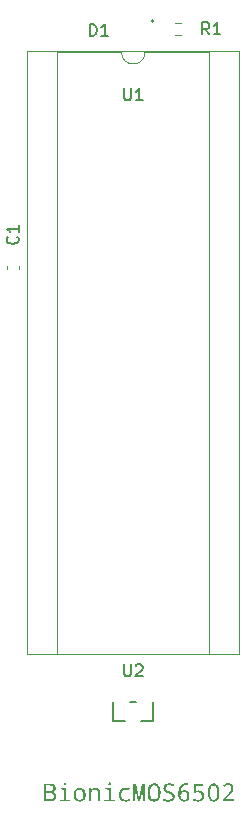
<source format=gbr>
G04 #@! TF.GenerationSoftware,KiCad,Pcbnew,8.0.4+dfsg-1*
G04 #@! TF.CreationDate,2024-12-10T10:52:31+09:00*
G04 #@! TF.ProjectId,bionic-mos6502,62696f6e-6963-42d6-9d6f-73363530322e,9*
G04 #@! TF.SameCoordinates,Original*
G04 #@! TF.FileFunction,Legend,Top*
G04 #@! TF.FilePolarity,Positive*
%FSLAX46Y46*%
G04 Gerber Fmt 4.6, Leading zero omitted, Abs format (unit mm)*
G04 Created by KiCad (PCBNEW 8.0.4+dfsg-1) date 2024-12-10 10:52:31*
%MOMM*%
%LPD*%
G01*
G04 APERTURE LIST*
%ADD10C,0.150000*%
%ADD11C,0.152400*%
%ADD12C,0.120000*%
G04 APERTURE END LIST*
D10*
G36*
X106693245Y-135672063D02*
G01*
X106770051Y-135678637D01*
X106852229Y-135692311D01*
X106923512Y-135712297D01*
X106992902Y-135743590D01*
X107018101Y-135759631D01*
X107073880Y-135811219D01*
X107113722Y-135876592D01*
X107137627Y-135955750D01*
X107145471Y-136036321D01*
X107145596Y-136048692D01*
X107137689Y-136126373D01*
X107110726Y-136201904D01*
X107064629Y-136267045D01*
X107008444Y-136314622D01*
X106941096Y-136348819D01*
X106862585Y-136369634D01*
X106845543Y-136372192D01*
X106845543Y-136382450D01*
X106925743Y-136400127D01*
X106995249Y-136425315D01*
X107067094Y-136467361D01*
X107122231Y-136521142D01*
X107160660Y-136586658D01*
X107182381Y-136663909D01*
X107187727Y-136734160D01*
X107183104Y-136807481D01*
X107166021Y-136885274D01*
X107136351Y-136954722D01*
X107094093Y-137015826D01*
X107056203Y-137054362D01*
X106994245Y-137099615D01*
X106923137Y-137133753D01*
X106842877Y-137156776D01*
X106766799Y-137167664D01*
X106698265Y-137170500D01*
X106155313Y-137170500D01*
X106155313Y-137006735D01*
X106348021Y-137006735D01*
X106664193Y-137006735D01*
X106739326Y-137002355D01*
X106819155Y-136984565D01*
X106894289Y-136945152D01*
X106946882Y-136886033D01*
X106976935Y-136807207D01*
X106984762Y-136726466D01*
X106976613Y-136651635D01*
X106945323Y-136578580D01*
X106890566Y-136523788D01*
X106812342Y-136487261D01*
X106729228Y-136470772D01*
X106651004Y-136466714D01*
X106348021Y-136466714D01*
X106348021Y-137006735D01*
X106155313Y-137006735D01*
X106155313Y-136302949D01*
X106348021Y-136302949D01*
X106640379Y-136302949D01*
X106715347Y-136299446D01*
X106793728Y-136285213D01*
X106865307Y-136253683D01*
X106874852Y-136246895D01*
X106922531Y-136189259D01*
X106944968Y-136114589D01*
X106948492Y-136061515D01*
X106939184Y-135985822D01*
X106904184Y-135917465D01*
X106869723Y-135886759D01*
X106797664Y-135854387D01*
X106717779Y-135838824D01*
X106640889Y-135833844D01*
X106619863Y-135833636D01*
X106348021Y-135833636D01*
X106348021Y-136302949D01*
X106155313Y-136302949D01*
X106155313Y-135669871D01*
X106608872Y-135669871D01*
X106693245Y-135672063D01*
G37*
G36*
X107928516Y-135576082D02*
G01*
X108003148Y-135598452D01*
X108035987Y-135665561D01*
X108037693Y-135692952D01*
X108019351Y-135765080D01*
X108005086Y-135781613D01*
X107936722Y-135810301D01*
X107928516Y-135810555D01*
X107857117Y-135791146D01*
X107820933Y-135726832D01*
X107818240Y-135692952D01*
X107836440Y-135617284D01*
X107902670Y-135577908D01*
X107928516Y-135576082D01*
G37*
G36*
X107833994Y-136192307D02*
G01*
X107556656Y-136170691D01*
X107556656Y-136045028D01*
X108021206Y-136045028D01*
X108021206Y-137023221D01*
X108383907Y-137043737D01*
X108383907Y-137170500D01*
X107479353Y-137170500D01*
X107479353Y-137043737D01*
X107833994Y-137023221D01*
X107833994Y-136192307D01*
G37*
G36*
X109252949Y-136027197D02*
G01*
X109328589Y-136044044D01*
X109398510Y-136072122D01*
X109462712Y-136111432D01*
X109521196Y-136161973D01*
X109539420Y-136181316D01*
X109588102Y-136244900D01*
X109626712Y-136315852D01*
X109655249Y-136394171D01*
X109673715Y-136479857D01*
X109681409Y-136556890D01*
X109682668Y-136605566D01*
X109679216Y-136688148D01*
X109668858Y-136765077D01*
X109651595Y-136836354D01*
X109621765Y-136914424D01*
X109581992Y-136984354D01*
X109541252Y-137036410D01*
X109485060Y-137089948D01*
X109422275Y-137132409D01*
X109352894Y-137163793D01*
X109276920Y-137184101D01*
X109194350Y-137193331D01*
X109165362Y-137193947D01*
X109084600Y-137188318D01*
X109009376Y-137171433D01*
X108939691Y-137143290D01*
X108875545Y-137103890D01*
X108816936Y-137053233D01*
X108798631Y-137033846D01*
X108749825Y-136969896D01*
X108711116Y-136898400D01*
X108682505Y-136819355D01*
X108666376Y-136747719D01*
X108657260Y-136670842D01*
X108655016Y-136605566D01*
X108848823Y-136605566D01*
X108851641Y-136682890D01*
X108864163Y-136774157D01*
X108886703Y-136851904D01*
X108928965Y-136930073D01*
X108986880Y-136987115D01*
X109060448Y-137023031D01*
X109149669Y-137037819D01*
X109169392Y-137038242D01*
X109244267Y-137031481D01*
X109323823Y-137004017D01*
X109387779Y-136955425D01*
X109436136Y-136885707D01*
X109463591Y-136814721D01*
X109481062Y-136730214D01*
X109488549Y-136632186D01*
X109488861Y-136605566D01*
X109486034Y-136529028D01*
X109473469Y-136438687D01*
X109450852Y-136361731D01*
X109408444Y-136284356D01*
X109350331Y-136227893D01*
X109276510Y-136192343D01*
X109186984Y-136177704D01*
X109167194Y-136177286D01*
X109092575Y-136183978D01*
X109013294Y-136211164D01*
X108949557Y-136259261D01*
X108901367Y-136328271D01*
X108874007Y-136398536D01*
X108856596Y-136482184D01*
X108849134Y-136579217D01*
X108848823Y-136605566D01*
X108655016Y-136605566D01*
X108658424Y-136523749D01*
X108668648Y-136447514D01*
X108689913Y-136363399D01*
X108720992Y-136287321D01*
X108761886Y-136219280D01*
X108794601Y-136178385D01*
X108850384Y-136125096D01*
X108913046Y-136082833D01*
X108982585Y-136051594D01*
X109059002Y-136031381D01*
X109142297Y-136022194D01*
X109171590Y-136021581D01*
X109252949Y-136027197D01*
G37*
G36*
X110711053Y-137170500D02*
G01*
X110711053Y-136444366D01*
X110705069Y-136367424D01*
X110682091Y-136292308D01*
X110633502Y-136228407D01*
X110561457Y-136190066D01*
X110481034Y-136177547D01*
X110465955Y-136177286D01*
X110391766Y-136183674D01*
X110312941Y-136209628D01*
X110249571Y-136255545D01*
X110201657Y-136321426D01*
X110169200Y-136407271D01*
X110154362Y-136490321D01*
X110149416Y-136586148D01*
X110149416Y-137170500D01*
X109961838Y-137170500D01*
X109961838Y-136045028D01*
X110113146Y-136045028D01*
X110140990Y-136194871D01*
X110151248Y-136194871D01*
X110195804Y-136135980D01*
X110259703Y-136082673D01*
X110336434Y-136045950D01*
X110412417Y-136027673D01*
X110497829Y-136021581D01*
X110591767Y-136028021D01*
X110673180Y-136047341D01*
X110742068Y-136079541D01*
X110810564Y-136137904D01*
X110851271Y-136199084D01*
X110879452Y-136273144D01*
X110895108Y-136360083D01*
X110898631Y-136433741D01*
X110898631Y-137170500D01*
X110711053Y-137170500D01*
G37*
G36*
X111709395Y-135576082D02*
G01*
X111784028Y-135598452D01*
X111816866Y-135665561D01*
X111818572Y-135692952D01*
X111800231Y-135765080D01*
X111785965Y-135781613D01*
X111717601Y-135810301D01*
X111709395Y-135810555D01*
X111637996Y-135791146D01*
X111601812Y-135726832D01*
X111599120Y-135692952D01*
X111617319Y-135617284D01*
X111683549Y-135577908D01*
X111709395Y-135576082D01*
G37*
G36*
X111614873Y-136192307D02*
G01*
X111337536Y-136170691D01*
X111337536Y-136045028D01*
X111802085Y-136045028D01*
X111802085Y-137023221D01*
X112164786Y-137043737D01*
X112164786Y-137170500D01*
X111260233Y-137170500D01*
X111260233Y-137043737D01*
X111614873Y-137023221D01*
X111614873Y-136192307D01*
G37*
G36*
X113410791Y-136082398D02*
G01*
X113347044Y-136245063D01*
X113271801Y-136218937D01*
X113200681Y-136200275D01*
X113125597Y-136188204D01*
X113070805Y-136185346D01*
X112981246Y-136192004D01*
X112903628Y-136211976D01*
X112837952Y-136245264D01*
X112772648Y-136305598D01*
X112733840Y-136368844D01*
X112706972Y-136445406D01*
X112692045Y-136535282D01*
X112688687Y-136611428D01*
X112691955Y-136686264D01*
X112706481Y-136774595D01*
X112732627Y-136849840D01*
X112781652Y-136925493D01*
X112848834Y-136980700D01*
X112934172Y-137015460D01*
X113015517Y-137028546D01*
X113060547Y-137030182D01*
X113141948Y-137026198D01*
X113224220Y-137014245D01*
X113296921Y-136997250D01*
X113370289Y-136974154D01*
X113391374Y-136966435D01*
X113391374Y-137131299D01*
X113318398Y-137158707D01*
X113237592Y-137178285D01*
X113160463Y-137188991D01*
X113077338Y-137193702D01*
X113052487Y-137193947D01*
X112972600Y-137190289D01*
X112898492Y-137179314D01*
X112817189Y-137156486D01*
X112744207Y-137123123D01*
X112679545Y-137079223D01*
X112641060Y-137044104D01*
X112591381Y-136983327D01*
X112551982Y-136913380D01*
X112522860Y-136834263D01*
X112506443Y-136761326D01*
X112497164Y-136682021D01*
X112494880Y-136613992D01*
X112498530Y-136526918D01*
X112509478Y-136446588D01*
X112527724Y-136373002D01*
X112559254Y-136293601D01*
X112601295Y-136223912D01*
X112644357Y-136173256D01*
X112704674Y-136121710D01*
X112773517Y-136080829D01*
X112850888Y-136050613D01*
X112936784Y-136031061D01*
X113014878Y-136022914D01*
X113064577Y-136021581D01*
X113143880Y-136024491D01*
X113221185Y-136033222D01*
X113296491Y-136047773D01*
X113369798Y-136068144D01*
X113410791Y-136082398D01*
G37*
G36*
X114125934Y-137170500D02*
G01*
X113839804Y-135857450D01*
X113831377Y-135851588D01*
X113836760Y-135934059D01*
X113841230Y-136010198D01*
X113845391Y-136093205D01*
X113848237Y-136167094D01*
X113849897Y-136241771D01*
X113850062Y-136269976D01*
X113850062Y-137170500D01*
X113694357Y-137170500D01*
X113694357Y-135669871D01*
X113948980Y-135669871D01*
X114204336Y-136892429D01*
X114210564Y-136892429D01*
X114468118Y-135669871D01*
X114727870Y-135669871D01*
X114727870Y-137170500D01*
X114569967Y-137170500D01*
X114569967Y-136256787D01*
X114571127Y-136182399D01*
X114573631Y-136103464D01*
X114576894Y-136021126D01*
X114580400Y-135942161D01*
X114584622Y-135853786D01*
X114576562Y-135853786D01*
X114284936Y-137170500D01*
X114125934Y-137170500D01*
G37*
G36*
X115554314Y-135651335D02*
G01*
X115627730Y-135666066D01*
X115707895Y-135696708D01*
X115779405Y-135741491D01*
X115842259Y-135800417D01*
X115879353Y-135847558D01*
X115919882Y-135914466D01*
X115953542Y-135989710D01*
X115980333Y-136073291D01*
X115996819Y-136146157D01*
X116008909Y-136224359D01*
X116016603Y-136307896D01*
X116019900Y-136396767D01*
X116020037Y-136419819D01*
X116017816Y-136509950D01*
X116011153Y-136594781D01*
X116000048Y-136674311D01*
X115984500Y-136748539D01*
X115958819Y-136833871D01*
X115926197Y-136910920D01*
X115886633Y-136979687D01*
X115877888Y-136992446D01*
X115830515Y-137050496D01*
X115765874Y-137107168D01*
X115692733Y-137149672D01*
X115611091Y-137178008D01*
X115536562Y-137190798D01*
X115472689Y-137193947D01*
X115374741Y-137187124D01*
X115286427Y-137166654D01*
X115207748Y-137132538D01*
X115138702Y-137084776D01*
X115079291Y-137023367D01*
X115029514Y-136948312D01*
X114989372Y-136859611D01*
X114958863Y-136757264D01*
X114943877Y-136681450D01*
X114933172Y-136599572D01*
X114926749Y-136511629D01*
X114924641Y-136419086D01*
X115127574Y-136419086D01*
X115128922Y-136492465D01*
X115136000Y-136593657D01*
X115149144Y-136684197D01*
X115168354Y-136764085D01*
X115193631Y-136833321D01*
X115236771Y-136909067D01*
X115290695Y-136965876D01*
X115355404Y-137003749D01*
X115430898Y-137022686D01*
X115472689Y-137025053D01*
X115546172Y-137017935D01*
X115618947Y-136992370D01*
X115679769Y-136948212D01*
X115728639Y-136885460D01*
X115733907Y-136876309D01*
X115766312Y-136803465D01*
X115787753Y-136728915D01*
X115803346Y-136643186D01*
X115811874Y-136563205D01*
X115816341Y-136475460D01*
X115817071Y-136419086D01*
X115815755Y-136343902D01*
X115810406Y-136257166D01*
X115800943Y-136178480D01*
X115784156Y-136094682D01*
X115761444Y-136022477D01*
X115732808Y-135961864D01*
X115685226Y-135897750D01*
X115626379Y-135851954D01*
X115556266Y-135824477D01*
X115474887Y-135815318D01*
X115393486Y-135824752D01*
X115322938Y-135853054D01*
X115263243Y-135900223D01*
X115214402Y-135966260D01*
X115176415Y-136051165D01*
X115155047Y-136127226D01*
X115139784Y-136213899D01*
X115130626Y-136311186D01*
X115127574Y-136419086D01*
X114924641Y-136419086D01*
X114924608Y-136417621D01*
X114926758Y-136324234D01*
X114933206Y-136236872D01*
X114943954Y-136155535D01*
X114959001Y-136080222D01*
X114989631Y-135978551D01*
X115029935Y-135890436D01*
X115079911Y-135815877D01*
X115139561Y-135754874D01*
X115208883Y-135707427D01*
X115287878Y-135673537D01*
X115376546Y-135653202D01*
X115474887Y-135646424D01*
X115554314Y-135651335D01*
G37*
G36*
X116243886Y-137123605D02*
G01*
X116243886Y-136941888D01*
X116325073Y-136971894D01*
X116405693Y-136995692D01*
X116485746Y-137013282D01*
X116565233Y-137024664D01*
X116644153Y-137029837D01*
X116670334Y-137030182D01*
X116754827Y-137026289D01*
X116828054Y-137014612D01*
X116903745Y-136989066D01*
X116971339Y-136942355D01*
X117013586Y-136878127D01*
X117030484Y-136796381D01*
X117030836Y-136781054D01*
X117020635Y-136707776D01*
X116982948Y-136639865D01*
X116958296Y-136616557D01*
X116890805Y-136574250D01*
X116819588Y-136540326D01*
X116741982Y-136508465D01*
X116664106Y-136479536D01*
X116587985Y-136450217D01*
X116520365Y-136418863D01*
X116452219Y-136379711D01*
X116388506Y-136331574D01*
X116356360Y-136299652D01*
X116311376Y-136235992D01*
X116281115Y-136162480D01*
X116266575Y-136088863D01*
X116263303Y-136028542D01*
X116269632Y-135953880D01*
X116292364Y-135877653D01*
X116331628Y-135811135D01*
X116387424Y-135754326D01*
X116395561Y-135747907D01*
X116458282Y-135708364D01*
X116530400Y-135678534D01*
X116611914Y-135658416D01*
X116689263Y-135648902D01*
X116758994Y-135646424D01*
X116845951Y-135649245D01*
X116929869Y-135657707D01*
X117010746Y-135671811D01*
X117088584Y-135691556D01*
X117163383Y-135716942D01*
X117187640Y-135726658D01*
X117121695Y-135895918D01*
X117048034Y-135868527D01*
X116976254Y-135846802D01*
X116894887Y-135828620D01*
X116816080Y-135818152D01*
X116750568Y-135815318D01*
X116663599Y-135820568D01*
X116591371Y-135836320D01*
X116524155Y-135869082D01*
X116472563Y-135926416D01*
X116449863Y-136004332D01*
X116448683Y-136030374D01*
X116458163Y-136103412D01*
X116493185Y-136173907D01*
X116516095Y-136199268D01*
X116579453Y-136244220D01*
X116646904Y-136278326D01*
X116720687Y-136309146D01*
X116794898Y-136336288D01*
X116870010Y-136364710D01*
X116949282Y-136399194D01*
X117016704Y-136434090D01*
X117080387Y-136475323D01*
X117133418Y-136523134D01*
X117178241Y-136588722D01*
X117206462Y-136665043D01*
X117217668Y-136742909D01*
X117218415Y-136770796D01*
X117211578Y-136853140D01*
X117191066Y-136927384D01*
X117156881Y-136993529D01*
X117109021Y-137051574D01*
X117075533Y-137081107D01*
X117007432Y-137125075D01*
X116939906Y-137154166D01*
X116863932Y-137175324D01*
X116779508Y-137188547D01*
X116702700Y-137193506D01*
X116670334Y-137193947D01*
X116587956Y-137192229D01*
X116511409Y-137187077D01*
X116427251Y-137176361D01*
X116351491Y-137160699D01*
X116273718Y-137136176D01*
X116243886Y-137123605D01*
G37*
G36*
X118250978Y-135649155D02*
G01*
X118325490Y-135659243D01*
X118353045Y-135665841D01*
X118353045Y-135825576D01*
X118278958Y-135811639D01*
X118200078Y-135806330D01*
X118181953Y-135806159D01*
X118099431Y-135811234D01*
X118024971Y-135826458D01*
X117948293Y-135857047D01*
X117882589Y-135901451D01*
X117835006Y-135950506D01*
X117789405Y-136021598D01*
X117758356Y-136095426D01*
X117738148Y-136166040D01*
X117723093Y-136244920D01*
X117713190Y-136332063D01*
X117708977Y-136407729D01*
X117721433Y-136407729D01*
X117769997Y-136339493D01*
X117830096Y-136288017D01*
X117901730Y-136253300D01*
X117984900Y-136235343D01*
X118037605Y-136232607D01*
X118121286Y-136238462D01*
X118196657Y-136256029D01*
X118272621Y-136290444D01*
X118337731Y-136340155D01*
X118352312Y-136354973D01*
X118402161Y-136421743D01*
X118434095Y-136489332D01*
X118455125Y-136565478D01*
X118465250Y-136650178D01*
X118466252Y-136689097D01*
X118461885Y-136773534D01*
X118448786Y-136850990D01*
X118426955Y-136921465D01*
X118390447Y-136994863D01*
X118342054Y-137058758D01*
X118283650Y-137111434D01*
X118217112Y-137151172D01*
X118142440Y-137177972D01*
X118059633Y-137191834D01*
X118008663Y-137193947D01*
X117927652Y-137187855D01*
X117853055Y-137169578D01*
X117784873Y-137139117D01*
X117723104Y-137096471D01*
X117667751Y-137041641D01*
X117650725Y-137020657D01*
X117605404Y-136950486D01*
X117569460Y-136870218D01*
X117546670Y-136795614D01*
X117530391Y-136713998D01*
X117523569Y-136652094D01*
X117704947Y-136652094D01*
X117710144Y-136727290D01*
X117728418Y-136805536D01*
X117759848Y-136877059D01*
X117788111Y-136921005D01*
X117839184Y-136975729D01*
X117905516Y-137015528D01*
X117981937Y-137033217D01*
X118006831Y-137034212D01*
X118082994Y-137025411D01*
X118153882Y-136995398D01*
X118211262Y-136944086D01*
X118250095Y-136880352D01*
X118272748Y-136810327D01*
X118283751Y-136728304D01*
X118284901Y-136687998D01*
X118279308Y-136609955D01*
X118259974Y-136535952D01*
X118222755Y-136470004D01*
X118214193Y-136459753D01*
X118152936Y-136411084D01*
X118081848Y-136386203D01*
X118013059Y-136379885D01*
X117935428Y-136388007D01*
X117866027Y-136412372D01*
X117804854Y-136452979D01*
X117793607Y-136463050D01*
X117743129Y-136522745D01*
X117711960Y-136594186D01*
X117704947Y-136652094D01*
X117523569Y-136652094D01*
X117520624Y-136625370D01*
X117517498Y-136549418D01*
X117517368Y-136529728D01*
X117519940Y-136422766D01*
X117527655Y-136322704D01*
X117540513Y-136229543D01*
X117558515Y-136143283D01*
X117581661Y-136063923D01*
X117609949Y-135991465D01*
X117643382Y-135925907D01*
X117703174Y-135840510D01*
X117774539Y-135770639D01*
X117857476Y-135716295D01*
X117951986Y-135677478D01*
X118058069Y-135654188D01*
X118135220Y-135647287D01*
X118175725Y-135646424D01*
X118250978Y-135649155D01*
G37*
G36*
X118796346Y-137112614D02*
G01*
X118796346Y-136935294D01*
X118864802Y-136973837D01*
X118940341Y-137002914D01*
X119022963Y-137022523D01*
X119099418Y-137031797D01*
X119167106Y-137034212D01*
X119248250Y-137029220D01*
X119334466Y-137008941D01*
X119403776Y-136973064D01*
X119456182Y-136921586D01*
X119491682Y-136854510D01*
X119510278Y-136771835D01*
X119513321Y-136714742D01*
X119504671Y-136628618D01*
X119478724Y-136557091D01*
X119424752Y-136490527D01*
X119360747Y-136451115D01*
X119279444Y-136426299D01*
X119201947Y-136416957D01*
X119159046Y-136415789D01*
X119082453Y-136419396D01*
X119006977Y-136427911D01*
X118929993Y-136439857D01*
X118920910Y-136441435D01*
X118828219Y-136382450D01*
X118885006Y-135669871D01*
X119595753Y-135669871D01*
X119595753Y-135840964D01*
X119047672Y-135840964D01*
X119007372Y-136276571D01*
X119082580Y-136264890D01*
X119156576Y-136258058D01*
X119222794Y-136256054D01*
X119301065Y-136260176D01*
X119373490Y-136272541D01*
X119450594Y-136297385D01*
X119519739Y-136333449D01*
X119572672Y-136373291D01*
X119624634Y-136428576D01*
X119663833Y-136492172D01*
X119690270Y-136564077D01*
X119703945Y-136644292D01*
X119706028Y-136693860D01*
X119701031Y-136779748D01*
X119686038Y-136857985D01*
X119661051Y-136928572D01*
X119619267Y-137001253D01*
X119563879Y-137063521D01*
X119496114Y-137114341D01*
X119429155Y-137147967D01*
X119354004Y-137172421D01*
X119270662Y-137187706D01*
X119194953Y-137193437D01*
X119163076Y-137193947D01*
X119079859Y-137191087D01*
X119003313Y-137182509D01*
X118922442Y-137165274D01*
X118850652Y-137140254D01*
X118796346Y-137112614D01*
G37*
G36*
X120595299Y-135653418D02*
G01*
X120672549Y-135674399D01*
X120741581Y-135709369D01*
X120802396Y-135758326D01*
X120854994Y-135821270D01*
X120870700Y-135845360D01*
X120905952Y-135911839D01*
X120935229Y-135986940D01*
X120958531Y-136070663D01*
X120972871Y-136143850D01*
X120983387Y-136222556D01*
X120990078Y-136306779D01*
X120992946Y-136396521D01*
X120993066Y-136419819D01*
X120991178Y-136513561D01*
X120985515Y-136601255D01*
X120976077Y-136682902D01*
X120962864Y-136758500D01*
X120935965Y-136860558D01*
X120900572Y-136949008D01*
X120856684Y-137023850D01*
X120804302Y-137085085D01*
X120743426Y-137132712D01*
X120674056Y-137166731D01*
X120596191Y-137187143D01*
X120509831Y-137193947D01*
X120425373Y-137186953D01*
X120348952Y-137165971D01*
X120280568Y-137131002D01*
X120220220Y-137082045D01*
X120167911Y-137019101D01*
X120152260Y-136995011D01*
X120117219Y-136928514D01*
X120088118Y-136853360D01*
X120064955Y-136769547D01*
X120050701Y-136696262D01*
X120040248Y-136617437D01*
X120033597Y-136533070D01*
X120030746Y-136443162D01*
X120030627Y-136419819D01*
X120030642Y-136419086D01*
X120221503Y-136419086D01*
X120222590Y-136498015D01*
X120225853Y-136571219D01*
X120232991Y-136654674D01*
X120243528Y-136729185D01*
X120260658Y-136806791D01*
X120286829Y-136881053D01*
X120291112Y-136890231D01*
X120330885Y-136953223D01*
X120387509Y-137002576D01*
X120456710Y-137029150D01*
X120509831Y-137034212D01*
X120588773Y-137022794D01*
X120654963Y-136988540D01*
X120708402Y-136931449D01*
X120732581Y-136889864D01*
X120760275Y-136817874D01*
X120778599Y-136742355D01*
X120790051Y-136669681D01*
X120798033Y-136588152D01*
X120802545Y-136497769D01*
X120803656Y-136419086D01*
X120802545Y-136340925D01*
X120798033Y-136251112D01*
X120790051Y-136170065D01*
X120775892Y-136084378D01*
X120756735Y-136011314D01*
X120732581Y-135950873D01*
X120692006Y-135887561D01*
X120634317Y-135837956D01*
X120563876Y-135811247D01*
X120509831Y-135806159D01*
X120432246Y-135817519D01*
X120367237Y-135851600D01*
X120314806Y-135908400D01*
X120291112Y-135949774D01*
X120263989Y-136021193D01*
X120246043Y-136096335D01*
X120234826Y-136168772D01*
X120227009Y-136250136D01*
X120222590Y-136340427D01*
X120221503Y-136419086D01*
X120030642Y-136419086D01*
X120032499Y-136326166D01*
X120038115Y-136238555D01*
X120047474Y-136156986D01*
X120060577Y-136081459D01*
X120087252Y-135979498D01*
X120122350Y-135891131D01*
X120165871Y-135816360D01*
X120217816Y-135755183D01*
X120278185Y-135707601D01*
X120346977Y-135673614D01*
X120424192Y-135653222D01*
X120509831Y-135646424D01*
X120595299Y-135653418D01*
G37*
G36*
X122241269Y-137170500D02*
G01*
X121302277Y-137170500D01*
X121302277Y-137009666D01*
X121663146Y-136618389D01*
X121722541Y-136552652D01*
X121775245Y-136492372D01*
X121829659Y-136427238D01*
X121880965Y-136361178D01*
X121923543Y-136298776D01*
X121927661Y-136291958D01*
X121961471Y-136222721D01*
X121982759Y-136149190D01*
X121991524Y-136071367D01*
X121991775Y-136055287D01*
X121984026Y-135981704D01*
X121954887Y-135909588D01*
X121926196Y-135873204D01*
X121865592Y-135829795D01*
X121789751Y-135808516D01*
X121749608Y-135806159D01*
X121667314Y-135814906D01*
X121595531Y-135836910D01*
X121523959Y-135872308D01*
X121462779Y-135913309D01*
X121422078Y-135946110D01*
X121316932Y-135823378D01*
X121379713Y-135772400D01*
X121444408Y-135730063D01*
X121511017Y-135696365D01*
X121593475Y-135667334D01*
X121678689Y-135650744D01*
X121751806Y-135646424D01*
X121835129Y-135651631D01*
X121910388Y-135667251D01*
X121986523Y-135697854D01*
X122052125Y-135742058D01*
X122066880Y-135755234D01*
X122117369Y-135814333D01*
X122153433Y-135882821D01*
X122175072Y-135960696D01*
X122182172Y-136036538D01*
X122182284Y-136047959D01*
X122176345Y-136125046D01*
X122158528Y-136203349D01*
X122132336Y-136274862D01*
X122121468Y-136298919D01*
X122079931Y-136371070D01*
X122034173Y-136435732D01*
X121986478Y-136496523D01*
X121930088Y-136563594D01*
X121878717Y-136621772D01*
X121821782Y-136683968D01*
X121532354Y-136991347D01*
X121532354Y-136999407D01*
X122241269Y-136999407D01*
X122241269Y-137170500D01*
G37*
X110040905Y-72359819D02*
X110040905Y-71359819D01*
X110040905Y-71359819D02*
X110279000Y-71359819D01*
X110279000Y-71359819D02*
X110421857Y-71407438D01*
X110421857Y-71407438D02*
X110517095Y-71502676D01*
X110517095Y-71502676D02*
X110564714Y-71597914D01*
X110564714Y-71597914D02*
X110612333Y-71788390D01*
X110612333Y-71788390D02*
X110612333Y-71931247D01*
X110612333Y-71931247D02*
X110564714Y-72121723D01*
X110564714Y-72121723D02*
X110517095Y-72216961D01*
X110517095Y-72216961D02*
X110421857Y-72312200D01*
X110421857Y-72312200D02*
X110279000Y-72359819D01*
X110279000Y-72359819D02*
X110040905Y-72359819D01*
X111564714Y-72359819D02*
X110993286Y-72359819D01*
X111279000Y-72359819D02*
X111279000Y-71359819D01*
X111279000Y-71359819D02*
X111183762Y-71502676D01*
X111183762Y-71502676D02*
X111088524Y-71597914D01*
X111088524Y-71597914D02*
X110993286Y-71645533D01*
X112922896Y-125588019D02*
X112922896Y-126397542D01*
X112922896Y-126397542D02*
X112970515Y-126492780D01*
X112970515Y-126492780D02*
X113018134Y-126540400D01*
X113018134Y-126540400D02*
X113113372Y-126588019D01*
X113113372Y-126588019D02*
X113303848Y-126588019D01*
X113303848Y-126588019D02*
X113399086Y-126540400D01*
X113399086Y-126540400D02*
X113446705Y-126492780D01*
X113446705Y-126492780D02*
X113494324Y-126397542D01*
X113494324Y-126397542D02*
X113494324Y-125588019D01*
X113922896Y-125683257D02*
X113970515Y-125635638D01*
X113970515Y-125635638D02*
X114065753Y-125588019D01*
X114065753Y-125588019D02*
X114303848Y-125588019D01*
X114303848Y-125588019D02*
X114399086Y-125635638D01*
X114399086Y-125635638D02*
X114446705Y-125683257D01*
X114446705Y-125683257D02*
X114494324Y-125778495D01*
X114494324Y-125778495D02*
X114494324Y-125873733D01*
X114494324Y-125873733D02*
X114446705Y-126016590D01*
X114446705Y-126016590D02*
X113875277Y-126588019D01*
X113875277Y-126588019D02*
X114494324Y-126588019D01*
X120137333Y-72232819D02*
X119804000Y-71756628D01*
X119565905Y-72232819D02*
X119565905Y-71232819D01*
X119565905Y-71232819D02*
X119946857Y-71232819D01*
X119946857Y-71232819D02*
X120042095Y-71280438D01*
X120042095Y-71280438D02*
X120089714Y-71328057D01*
X120089714Y-71328057D02*
X120137333Y-71423295D01*
X120137333Y-71423295D02*
X120137333Y-71566152D01*
X120137333Y-71566152D02*
X120089714Y-71661390D01*
X120089714Y-71661390D02*
X120042095Y-71709009D01*
X120042095Y-71709009D02*
X119946857Y-71756628D01*
X119946857Y-71756628D02*
X119565905Y-71756628D01*
X121089714Y-72232819D02*
X120518286Y-72232819D01*
X120804000Y-72232819D02*
X120804000Y-71232819D01*
X120804000Y-71232819D02*
X120708762Y-71375676D01*
X120708762Y-71375676D02*
X120613524Y-71470914D01*
X120613524Y-71470914D02*
X120518286Y-71518533D01*
X103899580Y-89367966D02*
X103947200Y-89415585D01*
X103947200Y-89415585D02*
X103994819Y-89558442D01*
X103994819Y-89558442D02*
X103994819Y-89653680D01*
X103994819Y-89653680D02*
X103947200Y-89796537D01*
X103947200Y-89796537D02*
X103851961Y-89891775D01*
X103851961Y-89891775D02*
X103756723Y-89939394D01*
X103756723Y-89939394D02*
X103566247Y-89987013D01*
X103566247Y-89987013D02*
X103423390Y-89987013D01*
X103423390Y-89987013D02*
X103232914Y-89939394D01*
X103232914Y-89939394D02*
X103137676Y-89891775D01*
X103137676Y-89891775D02*
X103042438Y-89796537D01*
X103042438Y-89796537D02*
X102994819Y-89653680D01*
X102994819Y-89653680D02*
X102994819Y-89558442D01*
X102994819Y-89558442D02*
X103042438Y-89415585D01*
X103042438Y-89415585D02*
X103090057Y-89367966D01*
X103994819Y-88415585D02*
X103994819Y-88987013D01*
X103994819Y-88701299D02*
X102994819Y-88701299D01*
X102994819Y-88701299D02*
X103137676Y-88796537D01*
X103137676Y-88796537D02*
X103232914Y-88891775D01*
X103232914Y-88891775D02*
X103280533Y-88987013D01*
X112938095Y-76820819D02*
X112938095Y-77630342D01*
X112938095Y-77630342D02*
X112985714Y-77725580D01*
X112985714Y-77725580D02*
X113033333Y-77773200D01*
X113033333Y-77773200D02*
X113128571Y-77820819D01*
X113128571Y-77820819D02*
X113319047Y-77820819D01*
X113319047Y-77820819D02*
X113414285Y-77773200D01*
X113414285Y-77773200D02*
X113461904Y-77725580D01*
X113461904Y-77725580D02*
X113509523Y-77630342D01*
X113509523Y-77630342D02*
X113509523Y-76820819D01*
X114509523Y-77820819D02*
X113938095Y-77820819D01*
X114223809Y-77820819D02*
X114223809Y-76820819D01*
X114223809Y-76820819D02*
X114128571Y-76963676D01*
X114128571Y-76963676D02*
X114033333Y-77058914D01*
X114033333Y-77058914D02*
X113938095Y-77106533D01*
D11*
X115414500Y-71092200D02*
G75*
G02*
X115262100Y-71092200I-76200J0D01*
G01*
X115262100Y-71092200D02*
G75*
G02*
X115414500Y-71092200I76200J0D01*
G01*
X115336801Y-130414600D02*
X115336801Y-128760600D01*
X114347741Y-130414600D02*
X115336801Y-130414600D01*
X113971862Y-128760600D02*
X113397740Y-128760600D01*
X112032801Y-130414600D02*
X113021861Y-130414600D01*
X112032801Y-128760600D02*
X112032801Y-130414600D01*
D12*
X117255276Y-71255500D02*
X117764724Y-71255500D01*
X117255276Y-72300500D02*
X117764724Y-72300500D01*
X103030000Y-92141567D02*
X103030000Y-91849033D01*
X104050000Y-92141567D02*
X104050000Y-91849033D01*
X104750000Y-73690000D02*
X104750000Y-124730000D01*
X104750000Y-124730000D02*
X122650000Y-124730000D01*
X107240000Y-73750000D02*
X107240000Y-124670000D01*
X107240000Y-124670000D02*
X120160000Y-124670000D01*
X112700000Y-73750000D02*
X107240000Y-73750000D01*
X120160000Y-73750000D02*
X114700000Y-73750000D01*
X120160000Y-124670000D02*
X120160000Y-73750000D01*
X122650000Y-73690000D02*
X104750000Y-73690000D01*
X122650000Y-124730000D02*
X122650000Y-73690000D01*
X114700000Y-73750000D02*
G75*
G02*
X112700000Y-73750000I-1000000J0D01*
G01*
M02*

</source>
